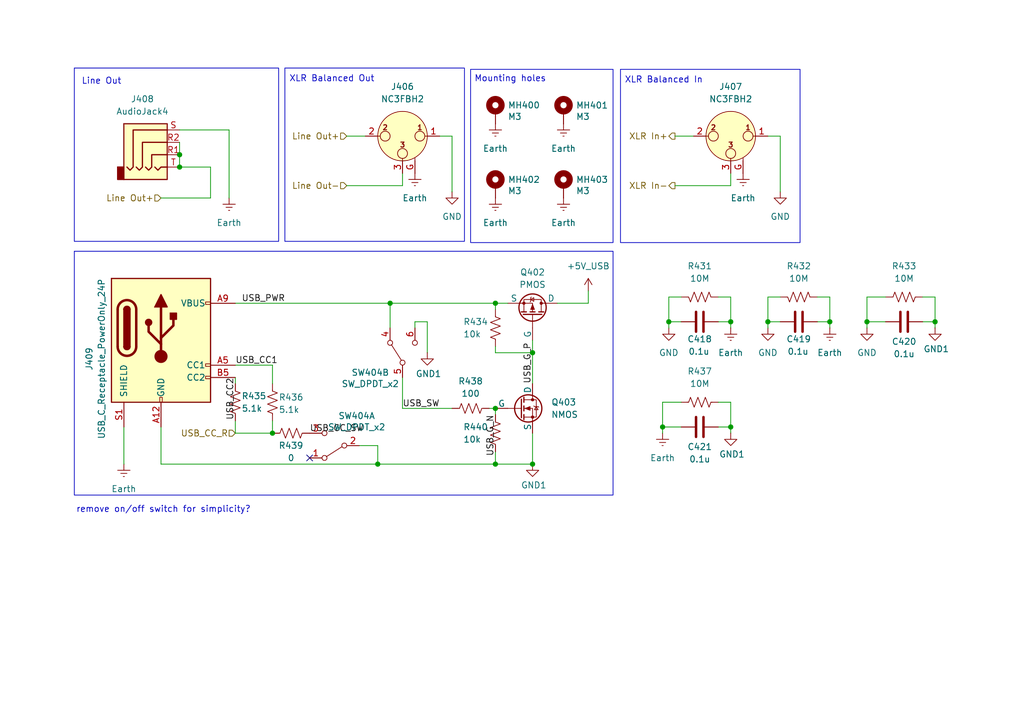
<source format=kicad_sch>
(kicad_sch (version 20231120) (generator "eeschema") (generator_version "8.0")
  (paper "A5")
  (title_block (title "Hardware Ports"))
  (lib_symbols
    (symbol "Connector:USB_C_Receptacle_PowerOnly_24P" (pin_names (offset 1.016))
      (property "Reference" "J" (at 0 16.51 0))
      (property "Value" "USB_C_Receptacle_PowerOnly_24P" (at 0 13.97 0))
      (symbol "USB_C_Receptacle_PowerOnly_24P_0_0"
        (rectangle (start -0.254 -12.7) (end 0.254 -11.684))
        (rectangle (start 10.16 -7.366) (end 9.144 -7.874))
        (rectangle (start 10.16 -4.826) (end 9.144 -5.334))
        (rectangle (start 10.16 7.874) (end 9.144 7.366))
      )
      (symbol "USB_C_Receptacle_PowerOnly_24P_0_1"
        (rectangle (start -10.16 12.7) (end 10.16 -12.7) (stroke (width 0.254)) (fill (type background)))
        (arc (start -8.89 -1.27) (mid -6.985 -3.1667) (end -5.08 -1.27) (stroke (width 0.508)))
        (arc (start -7.62 -1.27) (mid -6.985 -1.9023) (end -6.35 -1.27) (stroke (width 0.254)))
        (arc (start -7.62 -1.27) (mid -6.985 -1.9023) (end -6.35 -1.27) (stroke (width 0.254)) (fill (type outline)))
        (rectangle (start -7.62 -1.27) (end -6.35 6.35) (stroke (width 0.254)) (fill (type outline)))
        (arc (start -6.35 6.35) (mid -6.985 6.9823) (end -7.62 6.35) (stroke (width 0.254)))
        (arc (start -6.35 6.35) (mid -6.985 6.9823) (end -7.62 6.35) (stroke (width 0.254)) (fill (type outline)))
        (arc (start -5.08 6.35) (mid -6.985 8.2467) (end -8.89 6.35) (stroke (width 0.508)))
        (circle (center -2.54 3.683) (radius 0.635) (stroke (width 0.254)) (fill (type outline)))
        (circle (center 0 -3.302) (radius 1.27) (fill (type outline)))
        (polyline (pts (xy -8.89 -1.27) (xy -8.89 6.35)) (stroke (width 0.508)))
        (polyline (pts (xy -5.08 6.35) (xy -5.08 -1.27)) (stroke (width 0.508)))
        (polyline (pts (xy 0 -3.302) (xy 0 6.858)) (stroke (width 0.508)))
        (polyline (pts (xy 0 -0.762) (xy -2.54 1.778) (xy -2.54 3.048)) (stroke (width 0.508)))
        (polyline (pts (xy 0 0.508) (xy 2.54 3.048) (xy 2.54 4.318)) (stroke (width 0.508)))
        (polyline (pts (xy -1.27 6.858) (xy 0 9.398) (xy 1.27 6.858) (xy -1.27 6.858)) (stroke (width 0.254)) (fill (type outline)))
        (rectangle (start 1.905 4.318) (end 3.175 5.588) (stroke (width 0.254)) (fill (type outline)))
      )
      (symbol "USB_C_Receptacle_PowerOnly_24P_1_1"
        (pin passive line (at 0 -17.78 90) (length 5.08) hide (name "GND") (number "A1"))
        (pin power_in line (at 0 -17.78 90) (length 5.08) (name "GND") (number "A12"))
        (pin passive line (at 15.24 7.62 180) (length 5.08) hide (name "VBUS") (number "A4"))
        (pin bidirectional line (at 15.24 -5.08 180) (length 5.08) (name "CC1") (number "A5"))
        (pin power_in line (at 15.24 7.62 180) (length 5.08) (name "VBUS") (number "A9"))
        (pin passive line (at 0 -17.78 90) (length 5.08) hide (name "GND") (number "B1"))
        (pin passive line (at 0 -17.78 90) (length 5.08) hide (name "GND") (number "B12"))
        (pin passive line (at 15.24 7.62 180) (length 5.08) hide (name "VBUS") (number "B4"))
        (pin bidirectional line (at 15.24 -7.62 180) (length 5.08) (name "CC2") (number "B5"))
        (pin passive line (at 15.24 7.62 180) (length 5.08) hide (name "VBUS") (number "B9"))
        (pin passive line (at -7.62 -17.78 90) (length 5.08) (name "SHIELD") (number "S1"))
      )
    )
    (symbol "Connector:XLR3_Ground" (pin_names hide)
      (property "Reference" "J" (at 0 8.89 0))
      (property "Value" "XLR3_Ground" (at 0 6.35 0))
      (symbol "XLR3_Ground_0_1"
        (circle (center -3.556 0) (radius 1.016))
        (circle (center 0 -3.556) (radius 1.016))
        (polyline (pts (xy -5.08 0) (xy -4.572 0)))
        (polyline (pts (xy -2.54 -5.08) (xy -2.54 -4.445)))
        (polyline (pts (xy 0 -5.08) (xy 0 -4.572)))
        (polyline (pts (xy 5.08 0) (xy 4.572 0)))
        (circle (center 0 0) (radius 5.08) (fill (type background)))
        (circle (center 3.556 0) (radius 1.016))
        (text "1" (at -3.556 1.778 0) (effects (font (size 1.016 1.016) (bold yes))))
        (text "2" (at 3.556 1.778 0) (effects (font (size 1.016 1.016) (bold yes))))
        (text "3" (at 0 -1.778 0) (effects (font (size 1.016 1.016) (bold yes))))
        (pin passive line (at -7.62 0 0) (length 2.54) (name "~") (number "1"))
        (pin passive line (at 7.62 0 180) (length 2.54) (name "~") (number "2"))
        (pin passive line (at 0 -7.62 90) (length 2.54) (name "~") (number "3"))
      )
      (symbol "XLR3_Ground_1_1"
        (pin passive line (at -2.54 -7.62 90) (length 2.54) (name "~") (number "G"))
      )
    )
    (symbol "Connector_Audio:AudioJack4"
      (property "Reference" "J" (at 0 8.89 0))
      (property "Value" "AudioJack4" (at 0 6.35 0))
      (symbol "AudioJack4_0_1"
        (rectangle (start -6.35 -5.08) (end -7.62 -7.62) (stroke (width 0.254)) (fill (type outline)))
        (polyline (pts (xy 0 -5.08) (xy 0.635 -5.715) (xy 1.27 -5.08) (xy 2.54 -5.08)) (stroke (width 0.254)))
        (polyline (pts (xy -5.715 -5.08) (xy -5.08 -5.715) (xy -4.445 -5.08) (xy -4.445 2.54) (xy 2.54 2.54)) (stroke (width 0.254)))
        (polyline (pts (xy -1.905 -5.08) (xy -1.27 -5.715) (xy -0.635 -5.08) (xy -0.635 -2.54) (xy 2.54 -2.54)) (stroke (width 0.254)))
        (polyline (pts (xy 2.54 0) (xy -2.54 0) (xy -2.54 -5.08) (xy -3.175 -5.715) (xy -3.81 -5.08)) (stroke (width 0.254)))
        (rectangle (start 2.54 3.81) (end -6.35 -7.62) (stroke (width 0.254)) (fill (type background)))
      )
      (symbol "AudioJack4_1_1"
        (pin passive line (at 5.08 -2.54 180) (length 2.54) (name "~") (number "R1"))
        (pin passive line (at 5.08 0 180) (length 2.54) (name "~") (number "R2"))
        (pin passive line (at 5.08 2.54 180) (length 2.54) (name "~") (number "S"))
        (pin passive line (at 5.08 -5.08 180) (length 2.54) (name "~") (number "T"))
      )
    )
    (symbol "Device:C" (pin_numbers hide) (pin_names (offset 0.254))
      (property "Reference" "C" (at 0.635 2.54 0))
      (property "Value" "C" (at 0.635 -2.54 0))
      (symbol "C_0_1"
        (polyline (pts (xy -2.032 -0.762) (xy 2.032 -0.762)) (stroke (width 0.508)))
        (polyline (pts (xy -2.032 0.762) (xy 2.032 0.762)) (stroke (width 0.508)))
      )
      (symbol "C_1_1"
        (pin passive line (at 0 3.81 270) (length 2.794) (name "~") (number "1"))
        (pin passive line (at 0 -3.81 90) (length 2.794) (name "~") (number "2"))
      )
    )
    (symbol "Device:R_US" (pin_numbers hide) (pin_names (offset 0))
      (property "Reference" "R" (at 2.54 0 90))
      (property "Value" "R_US" (at -2.54 0 90))
      (symbol "R_US_0_1"
        (polyline (pts (xy 0 -2.286) (xy 0 -2.54)))
        (polyline (pts (xy 0 2.286) (xy 0 2.54)))
        (polyline (pts (xy 0 -0.762) (xy 1.016 -1.143) (xy 0 -1.524) (xy -1.016 -1.905) (xy 0 -2.286)))
        (polyline (pts (xy 0 0.762) (xy 1.016 0.381) (xy 0 0) (xy -1.016 -0.381) (xy 0 -0.762)))
        (polyline (pts (xy 0 2.286) (xy 1.016 1.905) (xy 0 1.524) (xy -1.016 1.143) (xy 0 0.762)))
      )
      (symbol "R_US_1_1"
        (pin passive line (at 0 3.81 270) (length 1.27) (name "~") (number "1"))
        (pin passive line (at 0 -3.81 90) (length 1.27) (name "~") (number "2"))
      )
    )
    (symbol "Mechanical:MountingHole_Pad" (pin_numbers hide) (pin_names (offset 1.016) hide)
      (property "Reference" "H" (at 0 6.35 0))
      (property "Value" "MountingHole_Pad" (at 0 4.445 0))
      (symbol "MountingHole_Pad_0_1"
        (circle (center 0 1.27) (radius 1.27) (stroke (width 1.27)))
      )
      (symbol "MountingHole_Pad_1_1"
        (pin input line (at 0 -2.54 90) (length 2.54) (name "1") (number "1"))
      )
    )
    (symbol "Simulation_SPICE:NMOS" (pin_numbers hide) (pin_names (offset 0))
      (property "Reference" "Q" (at 5.08 1.27 0))
      (property "Value" "NMOS" (at 5.08 -1.27 0))
      (symbol "NMOS_0_1"
        (polyline (pts (xy 0.254 0) (xy -2.54 0)))
        (polyline (pts (xy 0.254 1.905) (xy 0.254 -1.905)) (stroke (width 0.254)))
        (polyline (pts (xy 0.762 -1.27) (xy 0.762 -2.286)) (stroke (width 0.254)))
        (polyline (pts (xy 0.762 0.508) (xy 0.762 -0.508)) (stroke (width 0.254)))
        (polyline (pts (xy 0.762 2.286) (xy 0.762 1.27)) (stroke (width 0.254)))
        (polyline (pts (xy 2.54 2.54) (xy 2.54 1.778)))
        (polyline (pts (xy 2.54 -2.54) (xy 2.54 0) (xy 0.762 0)))
        (polyline (pts (xy 0.762 -1.778) (xy 3.302 -1.778) (xy 3.302 1.778) (xy 0.762 1.778)))
        (polyline (pts (xy 1.016 0) (xy 2.032 0.381) (xy 2.032 -0.381) (xy 1.016 0)) (fill (type outline)))
        (polyline (pts (xy 2.794 0.508) (xy 2.921 0.381) (xy 3.683 0.381) (xy 3.81 0.254)))
        (polyline (pts (xy 3.302 0.381) (xy 2.921 -0.254) (xy 3.683 -0.254) (xy 3.302 0.381)))
        (circle (center 1.651 0) (radius 2.794) (stroke (width 0.254)))
        (circle (center 2.54 -1.778) (radius 0.254) (fill (type outline)))
        (circle (center 2.54 1.778) (radius 0.254) (fill (type outline)))
      )
      (symbol "NMOS_1_1"
        (pin passive line (at 2.54 5.08 270) (length 2.54) (name "D") (number "1"))
        (pin input line (at -5.08 0 0) (length 2.54) (name "G") (number "2"))
        (pin passive line (at 2.54 -5.08 90) (length 2.54) (name "S") (number "3"))
      )
    )
    (symbol "Simulation_SPICE:PMOS" (pin_numbers hide) (pin_names (offset 0))
      (property "Reference" "Q" (at 5.08 1.27 0))
      (property "Value" "PMOS" (at 5.08 -1.27 0))
      (symbol "PMOS_0_1"
        (polyline (pts (xy 0.254 0) (xy -2.54 0)))
        (polyline (pts (xy 0.254 1.905) (xy 0.254 -1.905)) (stroke (width 0.254)))
        (polyline (pts (xy 0.762 -1.27) (xy 0.762 -2.286)) (stroke (width 0.254)))
        (polyline (pts (xy 0.762 0.508) (xy 0.762 -0.508)) (stroke (width 0.254)))
        (polyline (pts (xy 0.762 2.286) (xy 0.762 1.27)) (stroke (width 0.254)))
        (polyline (pts (xy 2.54 2.54) (xy 2.54 1.778)))
        (polyline (pts (xy 2.54 -2.54) (xy 2.54 0) (xy 0.762 0)))
        (polyline (pts (xy 0.762 1.778) (xy 3.302 1.778) (xy 3.302 -1.778) (xy 0.762 -1.778)))
        (polyline (pts (xy 2.286 0) (xy 1.27 0.381) (xy 1.27 -0.381) (xy 2.286 0)) (fill (type outline)))
        (polyline (pts (xy 2.794 -0.508) (xy 2.921 -0.381) (xy 3.683 -0.381) (xy 3.81 -0.254)))
        (polyline (pts (xy 3.302 -0.381) (xy 2.921 0.254) (xy 3.683 0.254) (xy 3.302 -0.381)))
        (circle (center 1.651 0) (radius 2.794) (stroke (width 0.254)))
        (circle (center 2.54 -1.778) (radius 0.254) (fill (type outline)))
        (circle (center 2.54 1.778) (radius 0.254) (fill (type outline)))
      )
      (symbol "PMOS_1_1"
        (pin passive line (at 2.54 5.08 270) (length 2.54) (name "D") (number "1"))
        (pin input line (at -5.08 0 0) (length 2.54) (name "G") (number "2"))
        (pin passive line (at 2.54 -5.08 90) (length 2.54) (name "S") (number "3"))
      )
    )
    (symbol "Switch:SW_DPDT_x2" (pin_names (offset 0) hide)
      (property "Reference" "SW" (at 0 4.318 0))
      (property "Value" "SW_DPDT_x2" (at 0 -5.08 0))
      (symbol "SW_DPDT_x2_0_0"
        (circle (center -2.032 0) (radius 0.508))
        (circle (center 2.032 -2.54) (radius 0.508))
      )
      (symbol "SW_DPDT_x2_0_1"
        (polyline (pts (xy -1.524 0.254) (xy 1.651 2.286)))
        (circle (center 2.032 2.54) (radius 0.508))
      )
      (symbol "SW_DPDT_x2_1_1"
        (pin passive line (at 5.08 2.54 180) (length 2.54) (name "A") (number "1"))
        (pin passive line (at -5.08 0 0) (length 2.54) (name "B") (number "2"))
        (pin passive line (at 5.08 -2.54 180) (length 2.54) (name "C") (number "3"))
      )
      (symbol "SW_DPDT_x2_2_1"
        (pin passive line (at 5.08 2.54 180) (length 2.54) (name "A") (number "4"))
        (pin passive line (at -5.08 0 0) (length 2.54) (name "B") (number "5"))
        (pin passive line (at 5.08 -2.54 180) (length 2.54) (name "C") (number "6"))
      )
    )
    (symbol "power:+5V" (power) (pin_numbers hide) (pin_names (offset 0) hide)
      (property "Value" "+5V" (at 0 3.556 0))
      (symbol "+5V_0_1"
        (polyline (pts (xy -0.762 1.27) (xy 0 2.54)))
        (polyline (pts (xy 0 0) (xy 0 2.54)))
        (polyline (pts (xy 0 2.54) (xy 0.762 1.27)))
      )
      (symbol "+5V_1_1"
        (pin power_in line (at 0 0 90) (length 0) (name "~") (number "1"))
      )
    )
    (symbol "power:Earth" (power) (pin_numbers hide) (pin_names (offset 0) hide)
      (property "Value" "Earth" (at 0 -3.81 0))
      (symbol "Earth_0_1"
        (polyline (pts (xy -0.635 -1.905) (xy 0.635 -1.905)))
        (polyline (pts (xy -0.127 -2.54) (xy 0.127 -2.54)))
        (polyline (pts (xy 0 -1.27) (xy 0 0)))
        (polyline (pts (xy 1.27 -1.27) (xy -1.27 -1.27)))
      )
      (symbol "Earth_1_1"
        (pin power_in line (at 0 0 270) (length 0) (name "~") (number "1"))
      )
    )
    (symbol "power:GND" (power) (pin_numbers hide) (pin_names (offset 0) hide)
      (property "Value" "GND" (at 0 -3.81 0))
      (symbol "GND_0_1"
        (polyline (pts (xy 0 0) (xy 0 -1.27) (xy 1.27 -1.27) (xy 0 -2.54) (xy -1.27 -1.27) (xy 0 -1.27)))
      )
      (symbol "GND_1_1"
        (pin power_in line (at 0 0 270) (length 0) (name "~") (number "1"))
      )
    )
    (symbol "power:GND1" (power) (pin_numbers hide) (pin_names (offset 0) hide)
      (property "Value" "GND1" (at 0 -3.81 0))
      (symbol "GND1_0_1"
        (polyline (pts (xy 0 0) (xy 0 -1.27) (xy 1.27 -1.27) (xy 0 -2.54) (xy -1.27 -1.27) (xy 0 -1.27)))
      )
      (symbol "GND1_1_1"
        (pin power_in line (at 0 0 270) (length 0) (name "~") (number "1"))
      )
    )
  )
  (junction (at 135.89 87.63))
  (junction (at 101.6 83.82))
  (junction (at 101.6 62.23))
  (junction (at 77.47 95.25))
  (junction (at 157.48 66.04))
  (junction (at 149.86 66.04))
  (junction (at 170.18 66.04))
  (junction (at 109.22 72.39))
  (junction (at 109.22 95.25))
  (junction (at 177.8 66.04))
  (junction (at 36.83 31.75))
  (junction (at 80.01 62.23))
  (junction (at 191.77 66.04))
  (junction (at 149.86 87.63))
  (junction (at 137.16 66.04))
  (junction (at 55.88 88.9))
  (junction (at 101.6 95.25))
  (junction (at 36.83 34.29))
  (no_connect (at 63.5 93.98))
  (wire (pts (xy 138.43 38.1) (xy 149.86 38.1)))
  (wire (pts (xy 77.47 95.25) (xy 101.6 95.25)))
  (wire (pts (xy 160.02 60.96) (xy 157.48 60.96)))
  (wire (pts (xy 135.89 82.55) (xy 139.7 82.55)))
  (wire (pts (xy 25.4 95.25) (xy 25.4 87.63)))
  (wire (pts (xy 167.64 60.96) (xy 170.18 60.96)))
  (wire (pts (xy 46.99 26.67) (xy 46.99 40.64)))
  (wire (pts (xy 147.32 60.96) (xy 149.86 60.96)))
  (wire (pts (xy 33.02 95.25) (xy 77.47 95.25)))
  (wire (pts (xy 33.02 87.63) (xy 33.02 95.25)))
  (wire (pts (xy 109.22 72.39) (xy 109.22 78.74)))
  (wire (pts (xy 149.86 82.55) (xy 149.86 87.63)))
  (wire (pts (xy 82.55 83.82) (xy 82.55 77.47)))
  (wire (pts (xy 82.55 83.82) (xy 92.71 83.82)))
  (wire (pts (xy 120.65 59.69) (xy 120.65 62.23)))
  (wire (pts (xy 48.26 88.9) (xy 55.88 88.9)))
  (wire (pts (xy 36.83 29.21) (xy 36.83 31.75)))
  (wire (pts (xy 77.47 91.44) (xy 73.66 91.44)))
  (wire (pts (xy 137.16 66.04) (xy 139.7 66.04)))
  (wire (pts (xy 160.02 27.94) (xy 157.48 27.94)))
  (wire (pts (xy 170.18 66.04) (xy 170.18 67.31)))
  (wire (pts (xy 160.02 27.94) (xy 160.02 39.37)))
  (wire (pts (xy 149.86 38.1) (xy 149.86 35.56)))
  (wire (pts (xy 135.89 87.63) (xy 135.89 82.55)))
  (wire (pts (xy 100.33 83.82) (xy 101.6 83.82)))
  (wire (pts (xy 43.18 40.64) (xy 33.02 40.64)))
  (wire (pts (xy 85.09 66.04) (xy 85.09 67.31)))
  (wire (pts (xy 36.83 34.29) (xy 43.18 34.29)))
  (wire (pts (xy 87.63 66.04) (xy 85.09 66.04)))
  (wire (pts (xy 191.77 66.04) (xy 191.77 67.31)))
  (wire (pts (xy 92.71 27.94) (xy 92.71 39.37)))
  (wire (pts (xy 135.89 88.9) (xy 135.89 87.63)))
  (wire (pts (xy 101.6 63.5) (xy 101.6 62.23)))
  (wire (pts (xy 36.83 26.67) (xy 46.99 26.67)))
  (wire (pts (xy 101.6 92.71) (xy 101.6 95.25)))
  (wire (pts (xy 189.23 66.04) (xy 191.77 66.04)))
  (wire (pts (xy 71.12 38.1) (xy 82.55 38.1)))
  (wire (pts (xy 147.32 87.63) (xy 149.86 87.63)))
  (wire (pts (xy 48.26 77.47) (xy 48.26 78.74)))
  (wire (pts (xy 48.26 74.93) (xy 55.88 74.93)))
  (wire (pts (xy 149.86 66.04) (xy 149.86 67.31)))
  (wire (pts (xy 149.86 60.96) (xy 149.86 66.04)))
  (wire (pts (xy 137.16 60.96) (xy 137.16 66.04)))
  (wire (pts (xy 149.86 87.63) (xy 149.86 88.9)))
  (wire (pts (xy 177.8 66.04) (xy 181.61 66.04)))
  (wire (pts (xy 36.83 34.29) (xy 36.83 31.75)))
  (wire (pts (xy 101.6 83.82) (xy 101.6 85.09)))
  (wire (pts (xy 135.89 87.63) (xy 139.7 87.63)))
  (wire (pts (xy 92.71 27.94) (xy 90.17 27.94)))
  (wire (pts (xy 55.88 86.36) (xy 55.88 88.9)))
  (wire (pts (xy 82.55 38.1) (xy 82.55 35.56)))
  (wire (pts (xy 157.48 66.04) (xy 160.02 66.04)))
  (wire (pts (xy 147.32 82.55) (xy 149.86 82.55)))
  (wire (pts (xy 101.6 62.23) (xy 104.14 62.23)))
  (wire (pts (xy 191.77 60.96) (xy 191.77 66.04)))
  (wire (pts (xy 77.47 91.44) (xy 77.47 95.25)))
  (wire (pts (xy 114.3 62.23) (xy 120.65 62.23)))
  (wire (pts (xy 109.22 95.25) (xy 101.6 95.25)))
  (wire (pts (xy 167.64 66.04) (xy 170.18 66.04)))
  (wire (pts (xy 71.12 27.94) (xy 74.93 27.94)))
  (wire (pts (xy 177.8 67.31) (xy 177.8 66.04)))
  (wire (pts (xy 43.18 34.29) (xy 43.18 40.64)))
  (wire (pts (xy 48.26 88.9) (xy 48.26 86.36)))
  (wire (pts (xy 101.6 72.39) (xy 109.22 72.39)))
  (wire (pts (xy 55.88 74.93) (xy 55.88 78.74)))
  (wire (pts (xy 139.7 60.96) (xy 137.16 60.96)))
  (wire (pts (xy 109.22 88.9) (xy 109.22 95.25)))
  (wire (pts (xy 48.26 62.23) (xy 80.01 62.23)))
  (wire (pts (xy 80.01 62.23) (xy 80.01 67.31)))
  (wire (pts (xy 101.6 71.12) (xy 101.6 72.39)))
  (wire (pts (xy 138.43 27.94) (xy 142.24 27.94)))
  (wire (pts (xy 109.22 69.85) (xy 109.22 72.39)))
  (wire (pts (xy 137.16 66.04) (xy 137.16 67.31)))
  (wire (pts (xy 177.8 60.96) (xy 181.61 60.96)))
  (wire (pts (xy 80.01 62.23) (xy 101.6 62.23)))
  (wire (pts (xy 157.48 60.96) (xy 157.48 66.04)))
  (wire (pts (xy 177.8 66.04) (xy 177.8 60.96)))
  (wire (pts (xy 87.63 72.39) (xy 87.63 66.04)))
  (wire (pts (xy 189.23 60.96) (xy 191.77 60.96)))
  (wire (pts (xy 147.32 66.04) (xy 149.86 66.04)))
  (wire (pts (xy 170.18 60.96) (xy 170.18 66.04)))
  (wire (pts (xy 157.48 66.04) (xy 157.48 67.31)))
  (rectangle (start 96.52 14.224) (end 125.73 49.784))
  (rectangle (start 15.24 13.97) (end 57.15 49.53))
  (rectangle (start 127.254 14.224) (end 164.084 49.784))
  (rectangle (start 58.42 13.97) (end 95.25 49.53))
  (rectangle (start 15.24 51.562) (end 125.73 101.6))
  (text "Mounting holes" (at 104.648 16.256 0) (effects (font (size 1.27 1.27))))
  (text "XLR Balanced In" (at 136.144 16.51 0) (effects (font (size 1.27 1.27))))
  (text "remove on/off switch for simplicity?" (at 33.528 104.648 0) (effects (font (size 1.27 1.27))))
  (text "XLR Balanced Out" (at 68.072 16.256 0) (effects (font (size 1.27 1.27))))
  (text "Line Out" (at 20.828 16.764 0) (effects (font (size 1.27 1.27))))
  (label "USB_G_P" (at 109.22 78.74 90))
  (label "USB_G_N" (at 101.6 85.09 270))
  (label "USB_CC1" (at 48.26 74.93 0))
  (label "USB_CC2" (at 48.26 77.47 270))
  (label "USB_PWR" (at 49.53 62.23 0))
  (label "USB_CC_SW" (at 63.5 88.9 0))
  (label "USB_SW" (at 82.55 83.82 0))
  (hierarchical_label "USB_CC_R" (shape input) (at 48.26 88.9 180))
  (hierarchical_label "XLR In-" (shape output) (at 138.43 38.1 180))
  (hierarchical_label "XLR In+" (shape output) (at 138.43 27.94 180))
  (hierarchical_label "Line Out+" (shape input) (at 33.02 40.64 180))
  (hierarchical_label "Line Out+" (shape input) (at 71.12 27.94 180))
  (hierarchical_label "Line Out-" (shape input) (at 71.12 38.1 180))
  (symbol (lib_id "Device:R_US") (at 101.6 67.31 0) (unit 1)
    (property "Reference" "R434" (at 94.996 66.04 0) (effects (justify left)))
    (property "Value" "10k" (at 94.996 68.58 0) (effects (justify left)))
    (property "Footprint" "Resistor_SMD:R_0805_2012Metric" (effects (hide yes)))
    (property "Description" "ERA-6AEB103V" (effects (hide yes)))
  )
  (symbol (lib_id "power:+5V") (at 120.65 59.69 0) (unit 1)
    (property "Reference" "#PWR0420" (effects (hide yes)))
    (property "Value" "+5V_USB" (at 120.65 54.61 0))
    (property "Description" "Power symbol creates a global label with name \"+5V\"" (effects (hide yes)))
  )
  (symbol (lib_id "Device:R_US") (at 59.69 88.9 90) (unit 1)
    (property "Reference" "R439" (at 59.69 91.44 90))
    (property "Value" "0" (at 59.69 93.98 90))
    (property "Footprint" "Resistor_SMD:R_0402_1005Metric" (effects (hide yes)))
    (property "Description" "Resistor, US symbol" (effects (hide yes)))
  )
  (symbol (lib_id "Device:R_US") (at 96.52 83.82 90) (unit 1)
    (property "Reference" "R438" (at 96.52 78.232 90))
    (property "Value" "100" (at 96.52 80.772 90))
    (property "Footprint" "Resistor_SMD:R_0805_2012Metric" (effects (hide yes)))
    (property "Description" "ERA-6AEB101V " (effects (hide yes)))
  )
  (symbol (lib_id "Connector_Audio:AudioJack4") (at 31.75 29.21 0) (unit 1)
    (property "Reference" "J408" (at 29.21 20.32 0))
    (property "Value" "AudioJack4" (at 29.21 22.86 0))
    (property "Footprint" "Connector_Audio:Jack_3.5mm_KoreanHropartsElec_PJ-320D-4A_Horizontal" (effects (hide yes)))
    (property "Description" "Audio Jack, 4 Poles (TRRS)" (effects (hide yes)))
  )
  (symbol (lib_id "power:GND1") (at 149.86 88.9 0) (unit 1)
    (property "Reference" "#PWR0429" (effects (hide yes)))
    (property "Value" "GND1" (at 150.114 93.218 0))
    (property "Description" "Power symbol creates a global label with name \"GND1\" , ground" (effects (hide yes)))
  )
  (symbol (lib_id "power:Earth") (at 170.18 67.31 0) (unit 1)
    (property "Reference" "#PWR0424" (effects (hide yes)))
    (property "Value" "Earth" (at 170.18 72.39 0))
    (property "Description" "Power symbol creates a global label with name \"Earth\"" (effects (hide yes)))
  )
  (symbol (lib_id "power:Earth") (at 115.57 40.64 0) (unit 1)
    (property "Reference" "#PWR0419" (effects (hide yes)))
    (property "Value" "Earth" (at 115.57 45.72 0))
    (property "Description" "Power symbol creates a global label with name \"Earth\"" (effects (hide yes)))
  )
  (symbol (lib_id "power:Earth") (at 46.99 40.64 0) (unit 1)
    (property "Reference" "#PWR0417" (effects (hide yes)))
    (property "Value" "Earth" (at 46.99 45.72 0))
    (property "Description" "Power symbol creates a global label with name \"Earth\"" (effects (hide yes)))
  )
  (symbol (lib_id "power:Earth") (at 152.4 35.56 0) (unit 1)
    (property "Reference" "#PWR0414" (effects (hide yes)))
    (property "Value" "Earth" (at 152.4 40.64 0))
    (property "Description" "Power symbol creates a global label with name \"Earth\"" (effects (hide yes)))
  )
  (symbol (lib_id "power:Earth") (at 135.89 88.9 0) (unit 1)
    (property "Reference" "#PWR0428" (effects (hide yes)))
    (property "Value" "Earth" (at 135.89 93.98 0))
    (property "Description" "Power symbol creates a global label with name \"Earth\"" (effects (hide yes)))
  )
  (symbol (lib_id "power:Earth") (at 149.86 67.31 0) (unit 1)
    (property "Reference" "#PWR0422" (effects (hide yes)))
    (property "Value" "Earth" (at 149.86 72.39 0))
    (property "Description" "Power symbol creates a global label with name \"Earth\"" (effects (hide yes)))
  )
  (symbol (lib_id "Connector:USB_C_Receptacle_PowerOnly_24P") (at 33.02 69.85 0) (unit 1)
    (property "Reference" "J409" (at 18.288 73.66 90))
    (property "Value" "USB_C_Receptacle_PowerOnly_24P" (at 20.828 73.66 90))
    (property "Footprint" "Connector_USB:USB_C_Receptacle_G-Switch_GT-USB-7010ASV" (effects (hide yes)))
    (property "Datasheet" "https://www.usb.org/sites/default/files/documents/usb_type-c.zip" (effects (hide yes)))
    (property "Description" "USB Power-Only 24P Type-C Receptacle connector" (effects (hide yes)))
  )
  (symbol (lib_id "power:GND") (at 92.71 39.37 0) (unit 1)
    (property "Reference" "#PWR0415" (effects (hide yes)))
    (property "Value" "GND" (at 92.71 44.45 0))
    (property "Description" "Power symbol creates a global label with name \"GND\" , ground" (effects (hide yes)))
  )
  (symbol (lib_id "Mechanical:MountingHole_Pad") (at 101.6 22.86 0) (unit 1)
    (property "Reference" "MH400" (at 104.14 21.59 0) (effects (justify left)))
    (property "Value" "M3" (at 104.14 23.9268 0) (effects (justify left)))
    (property "Footprint" "MountingHole:MountingHole_3.2mm_M3_Pad" (effects (hide yes)))
  )
  (symbol (lib_id "power:GND") (at 157.48 67.31 0) (unit 1)
    (property "Reference" "#PWR0423" (effects (hide yes)))
    (property "Value" "GND" (at 157.48 72.39 0))
    (property "Description" "Power symbol creates a global label with name \"GND\" , ground" (effects (hide yes)))
  )
  (symbol (lib_id "Switch:SW_DPDT_x2") (at 82.55 72.39 90) (unit 2)
    (property "Reference" "SW404" (at 75.946 76.454 90))
    (property "Value" "SW_DPDT_x2" (at 75.946 78.7654 90))
    (property "Footprint" "footprint:PBH2UEESNPNAGX_EWI" (effects (hide yes)))
    (property "Mfr Part Nr" "PBH2UEESNPNAGX" (effects (hide yes)))
  )
  (symbol (lib_id "power:GND") (at 160.02 39.37 0) (unit 1)
    (property "Reference" "#PWR0416" (effects (hide yes)))
    (property "Value" "GND" (at 160.02 44.45 0))
    (property "Description" "Power symbol creates a global label with name \"GND\" , ground" (effects (hide yes)))
  )
  (symbol (lib_id "Device:C") (at 143.51 66.04 90) (unit 1)
    (property "Reference" "C418" (at 146.05 69.596 90) (effects (justify left)))
    (property "Value" "0.1u" (at 145.542 72.136 90) (effects (justify left)))
    (property "Footprint" "Capacitor_SMD:C_1210_3225Metric" (effects (hide yes)))
    (property "Description" "Unpolarized capacitor" (effects (hide yes)))
  )
  (symbol (lib_id "Mechanical:MountingHole_Pad") (at 115.57 38.1 0) (unit 1)
    (property "Reference" "MH403" (at 118.11 36.8554 0) (effects (justify left)))
    (property "Value" "M3" (at 118.11 39.1668 0) (effects (justify left)))
    (property "Footprint" "MountingHole:MountingHole_3.2mm_M3_Pad" (effects (hide yes)))
  )
  (symbol (lib_id "Connector:XLR3_Ground") (at 82.55 27.94 0) (mirror y) (unit 1)
    (property "Reference" "J406" (at 82.55 17.78 0))
    (property "Value" "NC3FBH2" (at 82.55 20.32 0))
    (property "Footprint" "Connector_Audio:Jack_XLR_Neutrik_NC3FBH2_Horizontal" (effects (hide yes)))
    (property "Datasheet" " ~" (effects (hide yes)))
    (property "Mfr Part Nr" "NC3FBH2" (effects (hide yes)))
  )
  (symbol (lib_id "Simulation_SPICE:PMOS") (at 109.22 64.77 270) (mirror x) (unit 1)
    (property "Reference" "Q402" (at 109.22 55.88 90))
    (property "Value" "PMOS" (at 109.22 58.42 90))
    (property "Footprint" "Package_TO_SOT_SMD:SOT-23-3" (effects (hide yes)))
    (property "Datasheet" "https://ngspice.sourceforge.io/docs/ngspice-html-manual/manual.xhtml#cha_MOSFETs" (effects (hide yes)))
    (property "Description" "DMP3099L-7" (effects (hide yes)))
    (property "Sim.Device" "PMOS" (effects (hide yes)))
    (property "Sim.Type" "VDMOS" (effects (hide yes)))
    (property "Sim.Pins" "1=D 2=G 3=S" (effects (hide yes)))
  )
  (symbol (lib_id "Device:R_US") (at 143.51 82.55 90) (unit 1)
    (property "Reference" "R437" (at 143.51 76.2 90))
    (property "Value" "10M" (at 143.51 78.74 90))
    (property "Footprint" "Resistor_SMD:R_1206_3216Metric" (effects (hide yes)))
    (property "Description" "Resistor, US symbol" (effects (hide yes)))
  )
  (symbol (lib_id "Device:C") (at 143.51 87.63 90) (unit 1)
    (property "Reference" "C421" (at 143.51 91.694 90))
    (property "Value" "0.1u" (at 143.51 94.234 90))
    (property "Footprint" "Capacitor_SMD:C_1210_3225Metric" (effects (hide yes)))
    (property "Description" "Unpolarized capacitor" (effects (hide yes)))
  )
  (symbol (lib_id "power:GND1") (at 191.77 67.31 0) (unit 1)
    (property "Reference" "#PWR0426" (effects (hide yes)))
    (property "Value" "GND1" (at 192.024 71.628 0))
    (property "Description" "Power symbol creates a global label with name \"GND1\" , ground" (effects (hide yes)))
  )
  (symbol (lib_id "power:Earth") (at 101.6 25.4 0) (unit 1)
    (property "Reference" "#PWR0411" (effects (hide yes)))
    (property "Value" "Earth" (at 101.6 30.48 0))
    (property "Description" "Power symbol creates a global label with name \"Earth\"" (effects (hide yes)))
  )
  (symbol (lib_id "Switch:SW_DPDT_x2") (at 68.58 91.44 180) (unit 1)
    (property "Reference" "SW404" (at 73.152 85.344 0))
    (property "Value" "SW_DPDT_x2" (at 73.152 87.6554 0))
    (property "Footprint" "footprint:PBH2UEESNPNAGX_EWI" (effects (hide yes)))
    (property "Mfr Part Nr" "PBH2UEESNPNAGX" (effects (hide yes)))
  )
  (symbol (lib_id "power:Earth") (at 85.09 35.56 0) (unit 1)
    (property "Reference" "#PWR0413" (effects (hide yes)))
    (property "Value" "Earth" (at 85.09 40.64 0))
    (property "Description" "Power symbol creates a global label with name \"Earth\"" (effects (hide yes)))
  )
  (symbol (lib_id "Device:C") (at 185.42 66.04 90) (unit 1)
    (property "Reference" "C420" (at 185.42 70.104 90))
    (property "Value" "0.1u" (at 185.42 72.644 90))
    (property "Footprint" "Capacitor_SMD:C_1210_3225Metric" (effects (hide yes)))
    (property "Description" "Unpolarized capacitor" (effects (hide yes)))
  )
  (symbol (lib_id "Device:R_US") (at 101.6 88.9 0) (unit 1)
    (property "Reference" "R440" (at 94.996 87.63 0) (effects (justify left)))
    (property "Value" "10k" (at 94.996 90.17 0) (effects (justify left)))
    (property "Footprint" "Resistor_SMD:R_0805_2012Metric" (effects (hide yes)))
    (property "Description" "ERA-6AEB103V" (effects (hide yes)))
  )
  (symbol (lib_id "Connector:XLR3_Ground") (at 149.86 27.94 0) (mirror y) (unit 1)
    (property "Reference" "J407" (at 149.86 17.78 0))
    (property "Value" "NC3FBH2" (at 149.86 20.32 0))
    (property "Footprint" "Connector_Audio:Jack_XLR_Neutrik_NC3FBH2_Horizontal" (effects (hide yes)))
    (property "Datasheet" " ~" (effects (hide yes)))
    (property "Mfr Part Nr" "NC3FBH2" (effects (hide yes)))
  )
  (symbol (lib_id "Mechanical:MountingHole_Pad") (at 115.57 22.86 0) (unit 1)
    (property "Reference" "MH401" (at 118.11 21.6154 0) (effects (justify left)))
    (property "Value" "M3" (at 118.11 23.9268 0) (effects (justify left)))
    (property "Footprint" "MountingHole:MountingHole_3.2mm_M3_Pad" (effects (hide yes)))
  )
  (symbol (lib_id "Device:R_US") (at 163.83 60.96 270) (mirror x) (unit 1)
    (property "Reference" "R432" (at 163.83 54.61 90))
    (property "Value" "10M" (at 163.83 57.15 90))
    (property "Footprint" "Resistor_SMD:R_1206_3216Metric" (effects (hide yes)))
    (property "Description" "Resistor, US symbol" (effects (hide yes)))
  )
  (symbol (lib_id "power:GND") (at 137.16 67.31 0) (unit 1)
    (property "Reference" "#PWR0421" (effects (hide yes)))
    (property "Value" "GND" (at 137.16 72.39 0))
    (property "Description" "Power symbol creates a global label with name \"GND\" , ground" (effects (hide yes)))
  )
  (symbol (lib_id "Device:R_US") (at 143.51 60.96 270) (mirror x) (unit 1)
    (property "Reference" "R431" (at 143.51 54.61 90))
    (property "Value" "10M" (at 143.51 57.15 90))
    (property "Footprint" "Resistor_SMD:R_1206_3216Metric" (effects (hide yes)))
    (property "Description" "Resistor, US symbol" (effects (hide yes)))
  )
  (symbol (lib_id "Simulation_SPICE:NMOS") (at 106.68 83.82 0) (unit 1)
    (property "Reference" "Q403" (at 113.03 82.5499 0) (effects (justify left)))
    (property "Value" "NMOS" (at 113.03 85.0899 0) (effects (justify left)))
    (property "Footprint" "Package_TO_SOT_SMD:SOT-23-3" (effects (hide yes)))
    (property "Datasheet" "https://ngspice.sourceforge.io/docs/ngspice-html-manual/manual.xhtml#cha_MOSFETs" (effects (hide yes)))
    (property "Description" "DMN2046U-7 " (effects (hide yes)))
    (property "Sim.Device" "NMOS" (effects (hide yes)))
    (property "Sim.Type" "VDMOS" (effects (hide yes)))
    (property "Sim.Pins" "1=D 2=G 3=S" (effects (hide yes)))
  )
  (symbol (lib_id "Device:C") (at 163.83 66.04 90) (unit 1)
    (property "Reference" "C419" (at 166.37 69.596 90) (effects (justify left)))
    (property "Value" "0.1u" (at 165.862 72.136 90) (effects (justify left)))
    (property "Footprint" "Capacitor_SMD:C_1210_3225Metric" (effects (hide yes)))
    (property "Description" "Unpolarized capacitor" (effects (hide yes)))
  )
  (symbol (lib_id "Device:R_US") (at 48.26 82.55 0) (unit 1)
    (property "Reference" "R435" (at 49.53 81.28 0) (effects (justify left)))
    (property "Value" "5.1k" (at 49.53 83.82 0) (effects (justify left)))
    (property "Footprint" "Capacitor_SMD:C_0402_1005Metric" (effects (hide yes)))
    (property "Description" "ERA-2AED512X" (effects (hide yes)))
  )
  (symbol (lib_id "power:Earth") (at 101.6 40.64 0) (unit 1)
    (property "Reference" "#PWR0418" (effects (hide yes)))
    (property "Value" "Earth" (at 101.6 45.72 0))
    (property "Description" "Power symbol creates a global label with name \"Earth\"" (effects (hide yes)))
  )
  (symbol (lib_id "power:Earth") (at 25.4 95.25 0) (unit 1)
    (property "Reference" "#PWR0430" (effects (hide yes)))
    (property "Value" "Earth" (at 25.4 100.33 0))
    (property "Description" "Power symbol creates a global label with name \"Earth\"" (effects (hide yes)))
  )
  (symbol (lib_id "power:GND1") (at 87.63 72.39 0) (unit 1)
    (property "Reference" "#PWR0427" (effects (hide yes)))
    (property "Value" "GND1" (at 87.884 76.708 0))
    (property "Description" "Power symbol creates a global label with name \"GND1\" , ground" (effects (hide yes)))
  )
  (symbol (lib_id "Device:R_US") (at 55.88 82.55 0) (unit 1)
    (property "Reference" "R436" (at 57.15 81.534 0) (effects (justify left)))
    (property "Value" "5.1k" (at 57.15 84.074 0) (effects (justify left)))
    (property "Footprint" "Capacitor_SMD:C_0402_1005Metric" (effects (hide yes)))
    (property "Description" "ERA-2AED512X" (effects (hide yes)))
  )
  (symbol (lib_id "Mechanical:MountingHole_Pad") (at 101.6 38.1 0) (unit 1)
    (property "Reference" "MH402" (at 104.14 36.8554 0) (effects (justify left)))
    (property "Value" "M3" (at 104.14 39.1668 0) (effects (justify left)))
    (property "Footprint" "MountingHole:MountingHole_3.2mm_M3_Pad" (effects (hide yes)))
  )
  (symbol (lib_id "power:GND") (at 177.8 67.31 0) (unit 1)
    (property "Reference" "#PWR0425" (effects (hide yes)))
    (property "Value" "GND" (at 177.8 72.39 0))
    (property "Description" "Power symbol creates a global label with name \"GND\" , ground" (effects (hide yes)))
  )
  (symbol (lib_id "Device:R_US") (at 185.42 60.96 90) (unit 1)
    (property "Reference" "R433" (at 185.42 54.61 90))
    (property "Value" "10M" (at 185.42 57.15 90))
    (property "Footprint" "Resistor_SMD:R_1206_3216Metric" (effects (hide yes)))
    (property "Description" "Resistor, US symbol" (effects (hide yes)))
  )
  (symbol (lib_id "power:GND1") (at 109.22 95.25 0) (unit 1)
    (property "Reference" "#PWR0431" (effects (hide yes)))
    (property "Value" "GND1" (at 109.474 99.568 0))
    (property "Description" "Power symbol creates a global label with name \"GND1\" , ground" (effects (hide yes)))
  )
  (symbol (lib_id "power:Earth") (at 115.57 25.4 0) (unit 1)
    (property "Reference" "#PWR0412" (effects (hide yes)))
    (property "Value" "Earth" (at 115.57 30.48 0))
    (property "Description" "Power symbol creates a global label with name \"Earth\"" (effects (hide yes)))
  )
)
</source>
